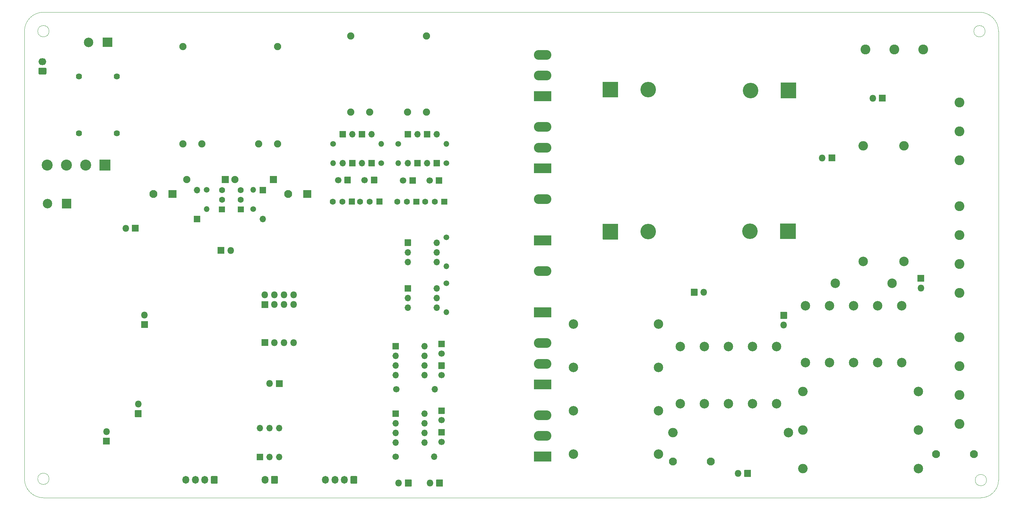
<source format=gbr>
%TF.GenerationSoftware,KiCad,Pcbnew,5.99.0-unknown-1f9723c~101~ubuntu18.04.1*%
%TF.CreationDate,2020-06-24T04:42:17+03:00*%
%TF.ProjectId,WaveUltrasonics,57617665-556c-4747-9261-736f6e696373,rev?*%
%TF.SameCoordinates,Original*%
%TF.FileFunction,Soldermask,Bot*%
%TF.FilePolarity,Negative*%
%FSLAX46Y46*%
G04 Gerber Fmt 4.6, Leading zero omitted, Abs format (unit mm)*
G04 Created by KiCad (PCBNEW 5.99.0-unknown-1f9723c~101~ubuntu18.04.1) date 2020-06-24 04:42:17*
%MOMM*%
%LPD*%
G01*
G04 APERTURE LIST*
%TA.AperFunction,Profile*%
%ADD10C,0.050000*%
%TD*%
%ADD11O,1.800000X1.800000*%
%ADD12C,2.600000*%
%ADD13O,1.700000X1.700000*%
%ADD14O,2.500000X2.500000*%
%ADD15C,2.500000*%
%ADD16C,1.624000*%
%ADD17C,1.900000*%
%ADD18O,1.500000X1.500000*%
%ADD19C,1.500000*%
%ADD20O,1.800000X2.050000*%
%ADD21O,1.800000X2.100000*%
%ADD22O,2.100000X1.800000*%
%ADD23C,2.100000*%
%ADD24C,4.100000*%
%ADD25C,1.600000*%
%ADD26C,1.700000*%
%ADD27O,4.600000X2.600000*%
%ADD28C,2.900000*%
%ADD29O,1.900000X1.900000*%
G04 APERTURE END LIST*
D10*
X66500000Y-63000000D02*
G75*
G02*
X71500000Y-58000000I5000000J0D01*
G01*
X73000000Y-63000000D02*
G75*
G03*
X73000000Y-63000000I-1500000J0D01*
G01*
X73000000Y-181000000D02*
G75*
G03*
X73000000Y-181000000I-1500000J0D01*
G01*
X71500000Y-186000000D02*
G75*
G02*
X66500000Y-181000000I0J5000000D01*
G01*
X319984000Y-63008000D02*
G75*
G03*
X319984000Y-63008000I-1500000J0D01*
G01*
X320348000Y-181348000D02*
G75*
G03*
X320348000Y-181348000I-1500000J0D01*
G01*
X323500000Y-181348000D02*
G75*
G02*
X318848000Y-186000000I-4652000J0D01*
G01*
X318500000Y-58000000D02*
G75*
G02*
X323500000Y-63000000I0J-5000000D01*
G01*
X66500000Y-181000000D02*
X66500000Y-63000000D01*
X318848000Y-186000000D02*
X71500000Y-186000000D01*
X323500000Y-63000000D02*
X323500000Y-181348000D01*
X71500000Y-58000000D02*
X318500000Y-58000000D01*
D11*
%TO.C,TP9*%
X96520000Y-161290000D03*
G36*
G01*
X97420000Y-162980000D02*
X97420000Y-164680000D01*
G75*
G02*
X97370000Y-164730000I-50000J0D01*
G01*
X95670000Y-164730000D01*
G75*
G02*
X95620000Y-164680000I0J50000D01*
G01*
X95620000Y-162980000D01*
G75*
G02*
X95670000Y-162930000I50000J0D01*
G01*
X97370000Y-162930000D01*
G75*
G02*
X97420000Y-162980000I0J-50000D01*
G01*
G37*
%TD*%
%TO.C,TP8*%
X98171000Y-137795000D03*
G36*
G01*
X99071000Y-139485000D02*
X99071000Y-141185000D01*
G75*
G02*
X99021000Y-141235000I-50000J0D01*
G01*
X97321000Y-141235000D01*
G75*
G02*
X97271000Y-141185000I0J50000D01*
G01*
X97271000Y-139485000D01*
G75*
G02*
X97321000Y-139435000I50000J0D01*
G01*
X99021000Y-139435000D01*
G75*
G02*
X99071000Y-139485000I0J-50000D01*
G01*
G37*
%TD*%
%TO.C,J2*%
X137541000Y-132524500D03*
X137541000Y-135064500D03*
X135001000Y-132524500D03*
X135001000Y-135064500D03*
X132461000Y-132524500D03*
X132461000Y-135064500D03*
X129921000Y-132524500D03*
G36*
G01*
X130771000Y-135964500D02*
X129071000Y-135964500D01*
G75*
G02*
X129021000Y-135914500I0J50000D01*
G01*
X129021000Y-134214500D01*
G75*
G02*
X129071000Y-134164500I50000J0D01*
G01*
X130771000Y-134164500D01*
G75*
G02*
X130821000Y-134214500I0J-50000D01*
G01*
X130821000Y-135914500D01*
G75*
G02*
X130771000Y-135964500I-50000J0D01*
G01*
G37*
%TD*%
D12*
%TO.C,J1*%
X303657000Y-67818000D03*
X296037000Y-67818000D03*
X288417000Y-67818000D03*
%TD*%
D13*
%TO.C,U9*%
X172085000Y-163830000D03*
X164465000Y-171450000D03*
X172085000Y-166370000D03*
X164465000Y-168910000D03*
X172085000Y-168910000D03*
X164465000Y-166370000D03*
X172085000Y-171450000D03*
G36*
G01*
X163615000Y-164630000D02*
X163615000Y-163030000D01*
G75*
G02*
X163665000Y-162980000I50000J0D01*
G01*
X165265000Y-162980000D01*
G75*
G02*
X165315000Y-163030000I0J-50000D01*
G01*
X165315000Y-164630000D01*
G75*
G02*
X165265000Y-164680000I-50000J0D01*
G01*
X163665000Y-164680000D01*
G75*
G02*
X163615000Y-164630000I0J50000D01*
G01*
G37*
%TD*%
D11*
%TO.C,TP13*%
X93218000Y-114935000D03*
G36*
G01*
X94908000Y-114035000D02*
X96608000Y-114035000D01*
G75*
G02*
X96658000Y-114085000I0J-50000D01*
G01*
X96658000Y-115785000D01*
G75*
G02*
X96608000Y-115835000I-50000J0D01*
G01*
X94908000Y-115835000D01*
G75*
G02*
X94858000Y-115785000I0J50000D01*
G01*
X94858000Y-114085000D01*
G75*
G02*
X94908000Y-114035000I50000J0D01*
G01*
G37*
%TD*%
D14*
%TO.C,R76*%
X271907000Y-178308000D03*
D15*
X302387000Y-178308000D03*
%TD*%
%TO.C,C37*%
X211307000Y-174498000D03*
X233807000Y-174498000D03*
%TD*%
D16*
%TO.C,L1*%
X80852000Y-89923000D03*
X90852000Y-89923000D03*
X90852000Y-74923000D03*
X80852000Y-74923000D03*
%TD*%
D17*
%TO.C,T2*%
X108277000Y-92733000D03*
X113277000Y-92733000D03*
X128277000Y-92733000D03*
X133277000Y-92733000D03*
X133277000Y-67033000D03*
X108277000Y-67033000D03*
%TD*%
D13*
%TO.C,U15*%
X128651000Y-167640000D03*
X133731000Y-175260000D03*
X131191000Y-167640000D03*
X131191000Y-175260000D03*
X133731000Y-167640000D03*
G36*
G01*
X129451000Y-176110000D02*
X127851000Y-176110000D01*
G75*
G02*
X127801000Y-176060000I0J50000D01*
G01*
X127801000Y-174460000D01*
G75*
G02*
X127851000Y-174410000I50000J0D01*
G01*
X129451000Y-174410000D01*
G75*
G02*
X129501000Y-174460000I0J-50000D01*
G01*
X129501000Y-176060000D01*
G75*
G02*
X129451000Y-176110000I-50000J0D01*
G01*
G37*
%TD*%
D11*
%TO.C,TP14*%
X120904000Y-120777000D03*
G36*
G01*
X119214000Y-121677000D02*
X117514000Y-121677000D01*
G75*
G02*
X117464000Y-121627000I0J50000D01*
G01*
X117464000Y-119927000D01*
G75*
G02*
X117514000Y-119877000I50000J0D01*
G01*
X119214000Y-119877000D01*
G75*
G02*
X119264000Y-119927000I0J-50000D01*
G01*
X119264000Y-121627000D01*
G75*
G02*
X119214000Y-121677000I-50000J0D01*
G01*
G37*
%TD*%
D14*
%TO.C,R77*%
X271907000Y-168148000D03*
D15*
X302387000Y-168148000D03*
%TD*%
D14*
%TO.C,R75*%
X271907000Y-157988000D03*
D15*
X302387000Y-157988000D03*
%TD*%
D14*
%TO.C,R74*%
X298577000Y-93218000D03*
D15*
X298577000Y-123698000D03*
%TD*%
D14*
%TO.C,R73*%
X287782000Y-93218000D03*
D15*
X287782000Y-123698000D03*
%TD*%
D18*
%TO.C,R2*%
X177800000Y-137033000D03*
D19*
X177800000Y-129413000D03*
%TD*%
D18*
%TO.C,R1*%
X177800000Y-124968000D03*
D19*
X177800000Y-117348000D03*
%TD*%
D12*
%TO.C,J10*%
X313182000Y-131953000D03*
X313182000Y-124333000D03*
X313182000Y-116713000D03*
X313182000Y-109093000D03*
%TD*%
%TO.C,J9*%
X313182000Y-166497000D03*
X313182000Y-158877000D03*
X313182000Y-151257000D03*
X313182000Y-143637000D03*
%TD*%
D20*
%TO.C,J8*%
X145916000Y-181292500D03*
X148416000Y-181292500D03*
X150916000Y-181292500D03*
G36*
G01*
X154316000Y-180532205D02*
X154316000Y-182052795D01*
G75*
G02*
X154051295Y-182317500I-264705J0D01*
G01*
X152780705Y-182317500D01*
G75*
G02*
X152516000Y-182052795I0J264705D01*
G01*
X152516000Y-180532205D01*
G75*
G02*
X152780705Y-180267500I264705J0D01*
G01*
X154051295Y-180267500D01*
G75*
G02*
X154316000Y-180532205I0J-264705D01*
G01*
G37*
%TD*%
D21*
%TO.C,J7*%
X129961000Y-181262500D03*
G36*
G01*
X133361000Y-180477205D02*
X133361000Y-182047795D01*
G75*
G02*
X133096295Y-182312500I-264705J0D01*
G01*
X131825705Y-182312500D01*
G75*
G02*
X131561000Y-182047795I0J264705D01*
G01*
X131561000Y-180477205D01*
G75*
G02*
X131825705Y-180212500I264705J0D01*
G01*
X133096295Y-180212500D01*
G75*
G02*
X133361000Y-180477205I0J-264705D01*
G01*
G37*
%TD*%
D20*
%TO.C,J6*%
X109086000Y-181292500D03*
X111586000Y-181292500D03*
X114086000Y-181292500D03*
G36*
G01*
X117486000Y-180532205D02*
X117486000Y-182052795D01*
G75*
G02*
X117221295Y-182317500I-264705J0D01*
G01*
X115950705Y-182317500D01*
G75*
G02*
X115686000Y-182052795I0J264705D01*
G01*
X115686000Y-180532205D01*
G75*
G02*
X115950705Y-180267500I264705J0D01*
G01*
X117221295Y-180267500D01*
G75*
G02*
X117486000Y-180532205I0J-264705D01*
G01*
G37*
%TD*%
D22*
%TO.C,J4*%
X71247000Y-71017543D03*
G36*
G01*
X72032295Y-74417543D02*
X70461705Y-74417543D01*
G75*
G02*
X70197000Y-74152838I0J264705D01*
G01*
X70197000Y-72882248D01*
G75*
G02*
X70461705Y-72617543I264705J0D01*
G01*
X72032295Y-72617543D01*
G75*
G02*
X72297000Y-72882248I0J-264705D01*
G01*
X72297000Y-74152838D01*
G75*
G02*
X72032295Y-74417543I-264705J0D01*
G01*
G37*
%TD*%
D15*
%TO.C,C76*%
X83392000Y-65913000D03*
G36*
G01*
X89642000Y-64713000D02*
X89642000Y-67113000D01*
G75*
G02*
X89592000Y-67163000I-50000J0D01*
G01*
X87192000Y-67163000D01*
G75*
G02*
X87142000Y-67113000I0J50000D01*
G01*
X87142000Y-64713000D01*
G75*
G02*
X87192000Y-64663000I50000J0D01*
G01*
X89592000Y-64663000D01*
G75*
G02*
X89642000Y-64713000I0J-50000D01*
G01*
G37*
%TD*%
D23*
%TO.C,C73*%
X306992000Y-174498000D03*
X316992000Y-174498000D03*
%TD*%
D15*
%TO.C,C72*%
X239522000Y-146163000D03*
X239522000Y-161163000D03*
%TD*%
D24*
%TO.C,C69*%
X257937000Y-115726000D03*
G36*
G01*
X269987000Y-113726000D02*
X269987000Y-117726000D01*
G75*
G02*
X269937000Y-117776000I-50000J0D01*
G01*
X265937000Y-117776000D01*
G75*
G02*
X265887000Y-117726000I0J50000D01*
G01*
X265887000Y-113726000D01*
G75*
G02*
X265937000Y-113676000I50000J0D01*
G01*
X269937000Y-113676000D01*
G75*
G02*
X269987000Y-113726000I0J-50000D01*
G01*
G37*
%TD*%
D15*
%TO.C,C35*%
X264922000Y-146163000D03*
X264922000Y-161163000D03*
%TD*%
%TO.C,C33*%
X258572000Y-146163000D03*
X258572000Y-161163000D03*
%TD*%
%TO.C,C31*%
X252222000Y-146163000D03*
X252222000Y-161163000D03*
%TD*%
%TO.C,C29*%
X245872000Y-146163000D03*
X245872000Y-161163000D03*
%TD*%
D11*
%TO.C,J5*%
X137541000Y-145097500D03*
X135001000Y-145097500D03*
X132461000Y-145097500D03*
G36*
G01*
X130771000Y-145997500D02*
X129071000Y-145997500D01*
G75*
G02*
X129021000Y-145947500I0J50000D01*
G01*
X129021000Y-144247500D01*
G75*
G02*
X129071000Y-144197500I50000J0D01*
G01*
X130771000Y-144197500D01*
G75*
G02*
X130821000Y-144247500I0J-50000D01*
G01*
X130821000Y-145947500D01*
G75*
G02*
X130771000Y-145997500I-50000J0D01*
G01*
G37*
%TD*%
D13*
%TO.C,U8*%
X172085000Y-146050000D03*
X164465000Y-153670000D03*
X172085000Y-148590000D03*
X164465000Y-151130000D03*
X172085000Y-151130000D03*
X164465000Y-148590000D03*
X172085000Y-153670000D03*
G36*
G01*
X163615000Y-146850000D02*
X163615000Y-145250000D01*
G75*
G02*
X163665000Y-145200000I50000J0D01*
G01*
X165265000Y-145200000D01*
G75*
G02*
X165315000Y-145250000I0J-50000D01*
G01*
X165315000Y-146850000D01*
G75*
G02*
X165265000Y-146900000I-50000J0D01*
G01*
X163665000Y-146900000D01*
G75*
G02*
X163615000Y-146850000I0J50000D01*
G01*
G37*
%TD*%
%TO.C,Q10*%
G36*
G01*
X152158000Y-107110000D02*
X153658000Y-107110000D01*
G75*
G02*
X153708000Y-107160000I0J-50000D01*
G01*
X153708000Y-108660000D01*
G75*
G02*
X153658000Y-108710000I-50000J0D01*
G01*
X152158000Y-108710000D01*
G75*
G02*
X152108000Y-108660000I0J50000D01*
G01*
X152108000Y-107160000D01*
G75*
G02*
X152158000Y-107110000I50000J0D01*
G01*
G37*
D25*
X147828000Y-107910000D03*
X150368000Y-107910000D03*
%TD*%
%TO.C,Q9*%
G36*
G01*
X159397000Y-107110000D02*
X160897000Y-107110000D01*
G75*
G02*
X160947000Y-107160000I0J-50000D01*
G01*
X160947000Y-108660000D01*
G75*
G02*
X160897000Y-108710000I-50000J0D01*
G01*
X159397000Y-108710000D01*
G75*
G02*
X159347000Y-108660000I0J50000D01*
G01*
X159347000Y-107160000D01*
G75*
G02*
X159397000Y-107110000I50000J0D01*
G01*
G37*
X155067000Y-107910000D03*
X157607000Y-107910000D03*
%TD*%
%TO.C,Q8*%
G36*
G01*
X169176000Y-107150000D02*
X170676000Y-107150000D01*
G75*
G02*
X170726000Y-107200000I0J-50000D01*
G01*
X170726000Y-108700000D01*
G75*
G02*
X170676000Y-108750000I-50000J0D01*
G01*
X169176000Y-108750000D01*
G75*
G02*
X169126000Y-108700000I0J50000D01*
G01*
X169126000Y-107200000D01*
G75*
G02*
X169176000Y-107150000I50000J0D01*
G01*
G37*
X164846000Y-107950000D03*
X167386000Y-107950000D03*
%TD*%
%TO.C,Q7*%
G36*
G01*
X176542000Y-107150000D02*
X178042000Y-107150000D01*
G75*
G02*
X178092000Y-107200000I0J-50000D01*
G01*
X178092000Y-108700000D01*
G75*
G02*
X178042000Y-108750000I-50000J0D01*
G01*
X176542000Y-108750000D01*
G75*
G02*
X176492000Y-108700000I0J50000D01*
G01*
X176492000Y-107200000D01*
G75*
G02*
X176542000Y-107150000I50000J0D01*
G01*
G37*
X172212000Y-107950000D03*
X174752000Y-107950000D03*
%TD*%
%TO.C,Q6*%
G36*
G01*
X119418000Y-109232000D02*
X119418000Y-110732000D01*
G75*
G02*
X119368000Y-110782000I-50000J0D01*
G01*
X117868000Y-110782000D01*
G75*
G02*
X117818000Y-110732000I0J50000D01*
G01*
X117818000Y-109232000D01*
G75*
G02*
X117868000Y-109182000I50000J0D01*
G01*
X119368000Y-109182000D01*
G75*
G02*
X119418000Y-109232000I0J-50000D01*
G01*
G37*
X118618000Y-104902000D03*
X118618000Y-107442000D03*
%TD*%
%TO.C,Q5*%
G36*
G01*
X124371000Y-109232000D02*
X124371000Y-110732000D01*
G75*
G02*
X124321000Y-110782000I-50000J0D01*
G01*
X122821000Y-110782000D01*
G75*
G02*
X122771000Y-110732000I0J50000D01*
G01*
X122771000Y-109232000D01*
G75*
G02*
X122821000Y-109182000I50000J0D01*
G01*
X124321000Y-109182000D01*
G75*
G02*
X124371000Y-109232000I0J-50000D01*
G01*
G37*
X123571000Y-104902000D03*
X123571000Y-107442000D03*
%TD*%
D11*
%TO.C,TP12*%
X131191000Y-155892500D03*
G36*
G01*
X132881000Y-154992500D02*
X134581000Y-154992500D01*
G75*
G02*
X134631000Y-155042500I0J-50000D01*
G01*
X134631000Y-156742500D01*
G75*
G02*
X134581000Y-156792500I-50000J0D01*
G01*
X132881000Y-156792500D01*
G75*
G02*
X132831000Y-156742500I0J50000D01*
G01*
X132831000Y-155042500D01*
G75*
G02*
X132881000Y-154992500I50000J0D01*
G01*
G37*
%TD*%
D15*
%TO.C,C21*%
X211307000Y-151638000D03*
X233807000Y-151638000D03*
%TD*%
D24*
%TO.C,C3*%
X231107000Y-78388000D03*
G36*
G01*
X219057000Y-80388000D02*
X219057000Y-76388000D01*
G75*
G02*
X219107000Y-76338000I50000J0D01*
G01*
X223107000Y-76338000D01*
G75*
G02*
X223157000Y-76388000I0J-50000D01*
G01*
X223157000Y-80388000D01*
G75*
G02*
X223107000Y-80438000I-50000J0D01*
G01*
X219107000Y-80438000D01*
G75*
G02*
X219057000Y-80388000I0J50000D01*
G01*
G37*
%TD*%
%TO.C,C2*%
G36*
G01*
X270147000Y-76613000D02*
X270147000Y-80613000D01*
G75*
G02*
X270097000Y-80663000I-50000J0D01*
G01*
X266097000Y-80663000D01*
G75*
G02*
X266047000Y-80613000I0J50000D01*
G01*
X266047000Y-76613000D01*
G75*
G02*
X266097000Y-76563000I50000J0D01*
G01*
X270097000Y-76563000D01*
G75*
G02*
X270147000Y-76613000I0J-50000D01*
G01*
G37*
X258097000Y-78613000D03*
%TD*%
%TO.C,C1*%
X231107000Y-115853000D03*
G36*
G01*
X219057000Y-117853000D02*
X219057000Y-113853000D01*
G75*
G02*
X219107000Y-113803000I50000J0D01*
G01*
X223107000Y-113803000D01*
G75*
G02*
X223157000Y-113853000I0J-50000D01*
G01*
X223157000Y-117853000D01*
G75*
G02*
X223107000Y-117903000I-50000J0D01*
G01*
X219107000Y-117903000D01*
G75*
G02*
X219057000Y-117853000I0J50000D01*
G01*
G37*
%TD*%
D11*
%TO.C,TP11*%
X303022000Y-130683000D03*
G36*
G01*
X302122000Y-128993000D02*
X302122000Y-127293000D01*
G75*
G02*
X302172000Y-127243000I50000J0D01*
G01*
X303872000Y-127243000D01*
G75*
G02*
X303922000Y-127293000I0J-50000D01*
G01*
X303922000Y-128993000D01*
G75*
G02*
X303872000Y-129043000I-50000J0D01*
G01*
X302172000Y-129043000D01*
G75*
G02*
X302122000Y-128993000I0J50000D01*
G01*
G37*
%TD*%
%TO.C,TP7*%
X254762000Y-179578000D03*
G36*
G01*
X256452000Y-178678000D02*
X258152000Y-178678000D01*
G75*
G02*
X258202000Y-178728000I0J-50000D01*
G01*
X258202000Y-180428000D01*
G75*
G02*
X258152000Y-180478000I-50000J0D01*
G01*
X256452000Y-180478000D01*
G75*
G02*
X256402000Y-180428000I0J50000D01*
G01*
X256402000Y-178728000D01*
G75*
G02*
X256452000Y-178678000I50000J0D01*
G01*
G37*
%TD*%
%TO.C,TP6*%
X266827000Y-140455000D03*
G36*
G01*
X265927000Y-138765000D02*
X265927000Y-137065000D01*
G75*
G02*
X265977000Y-137015000I50000J0D01*
G01*
X267677000Y-137015000D01*
G75*
G02*
X267727000Y-137065000I0J-50000D01*
G01*
X267727000Y-138765000D01*
G75*
G02*
X267677000Y-138815000I-50000J0D01*
G01*
X265977000Y-138815000D01*
G75*
G02*
X265927000Y-138765000I0J50000D01*
G01*
G37*
%TD*%
%TO.C,TP5*%
X165227000Y-182118000D03*
G36*
G01*
X166917000Y-181218000D02*
X168617000Y-181218000D01*
G75*
G02*
X168667000Y-181268000I0J-50000D01*
G01*
X168667000Y-182968000D01*
G75*
G02*
X168617000Y-183018000I-50000J0D01*
G01*
X166917000Y-183018000D01*
G75*
G02*
X166867000Y-182968000I0J50000D01*
G01*
X166867000Y-181268000D01*
G75*
G02*
X166917000Y-181218000I50000J0D01*
G01*
G37*
%TD*%
%TO.C,TP4*%
X173482000Y-182118000D03*
G36*
G01*
X175172000Y-181218000D02*
X176872000Y-181218000D01*
G75*
G02*
X176922000Y-181268000I0J-50000D01*
G01*
X176922000Y-182968000D01*
G75*
G02*
X176872000Y-183018000I-50000J0D01*
G01*
X175172000Y-183018000D01*
G75*
G02*
X175122000Y-182968000I0J50000D01*
G01*
X175122000Y-181268000D01*
G75*
G02*
X175172000Y-181218000I50000J0D01*
G01*
G37*
%TD*%
%TO.C,TP3*%
X290322000Y-80645000D03*
G36*
G01*
X292012000Y-79745000D02*
X293712000Y-79745000D01*
G75*
G02*
X293762000Y-79795000I0J-50000D01*
G01*
X293762000Y-81495000D01*
G75*
G02*
X293712000Y-81545000I-50000J0D01*
G01*
X292012000Y-81545000D01*
G75*
G02*
X291962000Y-81495000I0J50000D01*
G01*
X291962000Y-79795000D01*
G75*
G02*
X292012000Y-79745000I50000J0D01*
G01*
G37*
%TD*%
%TO.C,TP2*%
X276987000Y-96393000D03*
G36*
G01*
X278677000Y-95493000D02*
X280377000Y-95493000D01*
G75*
G02*
X280427000Y-95543000I0J-50000D01*
G01*
X280427000Y-97243000D01*
G75*
G02*
X280377000Y-97293000I-50000J0D01*
G01*
X278677000Y-97293000D01*
G75*
G02*
X278627000Y-97243000I0J50000D01*
G01*
X278627000Y-95543000D01*
G75*
G02*
X278677000Y-95493000I50000J0D01*
G01*
G37*
%TD*%
%TO.C,TP1*%
X245745000Y-131826000D03*
G36*
G01*
X244055000Y-132726000D02*
X242355000Y-132726000D01*
G75*
G02*
X242305000Y-132676000I0J50000D01*
G01*
X242305000Y-130976000D01*
G75*
G02*
X242355000Y-130926000I50000J0D01*
G01*
X244055000Y-130926000D01*
G75*
G02*
X244105000Y-130976000I0J-50000D01*
G01*
X244105000Y-132676000D01*
G75*
G02*
X244055000Y-132726000I-50000J0D01*
G01*
G37*
%TD*%
D14*
%TO.C,R19*%
X237617000Y-168783000D03*
D15*
X268097000Y-168783000D03*
%TD*%
D11*
%TO.C,JP1*%
X88138000Y-168529000D03*
G36*
G01*
X89038000Y-170219000D02*
X89038000Y-171919000D01*
G75*
G02*
X88988000Y-171969000I-50000J0D01*
G01*
X87288000Y-171969000D01*
G75*
G02*
X87238000Y-171919000I0J50000D01*
G01*
X87238000Y-170219000D01*
G75*
G02*
X87288000Y-170169000I50000J0D01*
G01*
X88988000Y-170169000D01*
G75*
G02*
X89038000Y-170219000I0J-50000D01*
G01*
G37*
%TD*%
D15*
%TO.C,C34*%
X291592000Y-135368000D03*
X291592000Y-150368000D03*
%TD*%
%TO.C,C32*%
X278892000Y-135368000D03*
X278892000Y-150368000D03*
%TD*%
%TO.C,C30*%
X297942000Y-135368000D03*
X297942000Y-150368000D03*
%TD*%
%TO.C,C28*%
X285242000Y-135368000D03*
X285242000Y-150368000D03*
%TD*%
%TO.C,C27*%
X272542000Y-135368000D03*
X272542000Y-150368000D03*
%TD*%
%TO.C,C25*%
X280402000Y-129413000D03*
X295402000Y-129413000D03*
%TD*%
D23*
%TO.C,C23*%
X247617000Y-176403000D03*
X237617000Y-176403000D03*
%TD*%
D13*
%TO.C,U2*%
X175260000Y-130810000D03*
X167640000Y-135890000D03*
X175260000Y-133350000D03*
X167640000Y-133350000D03*
X175260000Y-135890000D03*
G36*
G01*
X166790000Y-131610000D02*
X166790000Y-130010000D01*
G75*
G02*
X166840000Y-129960000I50000J0D01*
G01*
X168440000Y-129960000D01*
G75*
G02*
X168490000Y-130010000I0J-50000D01*
G01*
X168490000Y-131610000D01*
G75*
G02*
X168440000Y-131660000I-50000J0D01*
G01*
X166840000Y-131660000D01*
G75*
G02*
X166790000Y-131610000I0J50000D01*
G01*
G37*
%TD*%
%TO.C,U1*%
X175260000Y-118745000D03*
X167640000Y-123825000D03*
X175260000Y-121285000D03*
X167640000Y-121285000D03*
X175260000Y-123825000D03*
G36*
G01*
X166790000Y-119545000D02*
X166790000Y-117945000D01*
G75*
G02*
X166840000Y-117895000I50000J0D01*
G01*
X168440000Y-117895000D01*
G75*
G02*
X168490000Y-117945000I0J-50000D01*
G01*
X168490000Y-119545000D01*
G75*
G02*
X168440000Y-119595000I-50000J0D01*
G01*
X166840000Y-119595000D01*
G75*
G02*
X166790000Y-119545000I0J50000D01*
G01*
G37*
%TD*%
D17*
%TO.C,T3*%
X152560000Y-84295000D03*
X157560000Y-84295000D03*
X167560000Y-84295000D03*
X172560000Y-84295000D03*
X172560000Y-64295000D03*
X152560000Y-64295000D03*
%TD*%
D18*
%TO.C,R42*%
X147955000Y-97750000D03*
D19*
X147955000Y-92670000D03*
%TD*%
D18*
%TO.C,R41*%
X160655000Y-92710000D03*
D19*
X160655000Y-97790000D03*
%TD*%
D18*
%TO.C,R40*%
X165100000Y-97790000D03*
D19*
X165100000Y-92710000D03*
%TD*%
D18*
%TO.C,R39*%
X177800000Y-92710000D03*
D19*
X177800000Y-97790000D03*
%TD*%
D18*
%TO.C,R38*%
X114554000Y-109855000D03*
D19*
X114554000Y-104775000D03*
%TD*%
D18*
%TO.C,R37*%
X126873000Y-104775000D03*
D19*
X126873000Y-109855000D03*
%TD*%
D13*
%TO.C,R15*%
X174625000Y-175133000D03*
D26*
X164465000Y-175133000D03*
%TD*%
D13*
%TO.C,R14*%
X174752000Y-157353000D03*
D26*
X164592000Y-157353000D03*
%TD*%
D27*
%TO.C,Q2*%
X203200000Y-164233000D03*
X203200000Y-169683000D03*
G36*
G01*
X205450000Y-176433000D02*
X200950000Y-176433000D01*
G75*
G02*
X200900000Y-176383000I0J50000D01*
G01*
X200900000Y-173883000D01*
G75*
G02*
X200950000Y-173833000I50000J0D01*
G01*
X205450000Y-173833000D01*
G75*
G02*
X205500000Y-173883000I0J-50000D01*
G01*
X205500000Y-176383000D01*
G75*
G02*
X205450000Y-176433000I-50000J0D01*
G01*
G37*
%TD*%
%TO.C,Q1*%
X203200000Y-145233000D03*
X203200000Y-150683000D03*
G36*
G01*
X205450000Y-157433000D02*
X200950000Y-157433000D01*
G75*
G02*
X200900000Y-157383000I0J50000D01*
G01*
X200900000Y-154883000D01*
G75*
G02*
X200950000Y-154833000I50000J0D01*
G01*
X205450000Y-154833000D01*
G75*
G02*
X205500000Y-154883000I0J-50000D01*
G01*
X205500000Y-157383000D01*
G75*
G02*
X205450000Y-157433000I-50000J0D01*
G01*
G37*
%TD*%
D12*
%TO.C,J3*%
X313182000Y-97028000D03*
X313182000Y-89408000D03*
X313182000Y-81788000D03*
%TD*%
D13*
%TO.C,D21*%
X153035000Y-90170000D03*
G36*
G01*
X153835000Y-98640000D02*
X152235000Y-98640000D01*
G75*
G02*
X152185000Y-98590000I0J50000D01*
G01*
X152185000Y-96990000D01*
G75*
G02*
X152235000Y-96940000I50000J0D01*
G01*
X153835000Y-96940000D01*
G75*
G02*
X153885000Y-96990000I0J-50000D01*
G01*
X153885000Y-98590000D01*
G75*
G02*
X153835000Y-98640000I-50000J0D01*
G01*
G37*
%TD*%
%TO.C,D20*%
X155575000Y-97790000D03*
G36*
G01*
X154775000Y-89320000D02*
X156375000Y-89320000D01*
G75*
G02*
X156425000Y-89370000I0J-50000D01*
G01*
X156425000Y-90970000D01*
G75*
G02*
X156375000Y-91020000I-50000J0D01*
G01*
X154775000Y-91020000D01*
G75*
G02*
X154725000Y-90970000I0J50000D01*
G01*
X154725000Y-89370000D01*
G75*
G02*
X154775000Y-89320000I50000J0D01*
G01*
G37*
%TD*%
%TO.C,D19*%
X170180000Y-90170000D03*
G36*
G01*
X170980000Y-98640000D02*
X169380000Y-98640000D01*
G75*
G02*
X169330000Y-98590000I0J50000D01*
G01*
X169330000Y-96990000D01*
G75*
G02*
X169380000Y-96940000I50000J0D01*
G01*
X170980000Y-96940000D01*
G75*
G02*
X171030000Y-96990000I0J-50000D01*
G01*
X171030000Y-98590000D01*
G75*
G02*
X170980000Y-98640000I-50000J0D01*
G01*
G37*
%TD*%
%TO.C,D18*%
X172720000Y-97790000D03*
G36*
G01*
X171920000Y-89320000D02*
X173520000Y-89320000D01*
G75*
G02*
X173570000Y-89370000I0J-50000D01*
G01*
X173570000Y-90970000D01*
G75*
G02*
X173520000Y-91020000I-50000J0D01*
G01*
X171920000Y-91020000D01*
G75*
G02*
X171870000Y-90970000I0J50000D01*
G01*
X171870000Y-89370000D01*
G75*
G02*
X171920000Y-89320000I50000J0D01*
G01*
G37*
%TD*%
%TO.C,D13*%
X150495000Y-97750000D03*
G36*
G01*
X149695000Y-89280000D02*
X151295000Y-89280000D01*
G75*
G02*
X151345000Y-89330000I0J-50000D01*
G01*
X151345000Y-90930000D01*
G75*
G02*
X151295000Y-90980000I-50000J0D01*
G01*
X149695000Y-90980000D01*
G75*
G02*
X149645000Y-90930000I0J50000D01*
G01*
X149645000Y-89330000D01*
G75*
G02*
X149695000Y-89280000I50000J0D01*
G01*
G37*
%TD*%
%TO.C,D12*%
X158115000Y-90130000D03*
G36*
G01*
X158915000Y-98600000D02*
X157315000Y-98600000D01*
G75*
G02*
X157265000Y-98550000I0J50000D01*
G01*
X157265000Y-96950000D01*
G75*
G02*
X157315000Y-96900000I50000J0D01*
G01*
X158915000Y-96900000D01*
G75*
G02*
X158965000Y-96950000I0J-50000D01*
G01*
X158965000Y-98550000D01*
G75*
G02*
X158915000Y-98600000I-50000J0D01*
G01*
G37*
%TD*%
%TO.C,D11*%
X167640000Y-97790000D03*
G36*
G01*
X166840000Y-89320000D02*
X168440000Y-89320000D01*
G75*
G02*
X168490000Y-89370000I0J-50000D01*
G01*
X168490000Y-90970000D01*
G75*
G02*
X168440000Y-91020000I-50000J0D01*
G01*
X166840000Y-91020000D01*
G75*
G02*
X166790000Y-90970000I0J50000D01*
G01*
X166790000Y-89370000D01*
G75*
G02*
X166840000Y-89320000I50000J0D01*
G01*
G37*
%TD*%
%TO.C,D10*%
X175260000Y-90170000D03*
G36*
G01*
X176060000Y-98640000D02*
X174460000Y-98640000D01*
G75*
G02*
X174410000Y-98590000I0J50000D01*
G01*
X174410000Y-96990000D01*
G75*
G02*
X174460000Y-96940000I50000J0D01*
G01*
X176060000Y-96940000D01*
G75*
G02*
X176110000Y-96990000I0J-50000D01*
G01*
X176110000Y-98590000D01*
G75*
G02*
X176060000Y-98640000I-50000J0D01*
G01*
G37*
%TD*%
%TO.C,D9*%
X112014000Y-104902000D03*
G36*
G01*
X112814000Y-113372000D02*
X111214000Y-113372000D01*
G75*
G02*
X111164000Y-113322000I0J50000D01*
G01*
X111164000Y-111722000D01*
G75*
G02*
X111214000Y-111672000I50000J0D01*
G01*
X112814000Y-111672000D01*
G75*
G02*
X112864000Y-111722000I0J-50000D01*
G01*
X112864000Y-113322000D01*
G75*
G02*
X112814000Y-113372000I-50000J0D01*
G01*
G37*
%TD*%
%TO.C,D8*%
X129413000Y-112522000D03*
G36*
G01*
X128613000Y-104052000D02*
X130213000Y-104052000D01*
G75*
G02*
X130263000Y-104102000I0J-50000D01*
G01*
X130263000Y-105702000D01*
G75*
G02*
X130213000Y-105752000I-50000J0D01*
G01*
X128613000Y-105752000D01*
G75*
G02*
X128563000Y-105702000I0J50000D01*
G01*
X128563000Y-104102000D01*
G75*
G02*
X128613000Y-104052000I50000J0D01*
G01*
G37*
%TD*%
%TO.C,D7*%
G36*
G01*
X89207000Y-96898000D02*
X89207000Y-99698000D01*
G75*
G02*
X89157000Y-99748000I-50000J0D01*
G01*
X86357000Y-99748000D01*
G75*
G02*
X86307000Y-99698000I0J50000D01*
G01*
X86307000Y-96898000D01*
G75*
G02*
X86357000Y-96848000I50000J0D01*
G01*
X89157000Y-96848000D01*
G75*
G02*
X89207000Y-96898000I0J-50000D01*
G01*
G37*
D28*
X82677000Y-98298000D03*
X77597000Y-98298000D03*
X72517000Y-98298000D03*
%TD*%
D29*
%TO.C,D6*%
X109347000Y-102108000D03*
G36*
G01*
X120457000Y-101208000D02*
X120457000Y-103008000D01*
G75*
G02*
X120407000Y-103058000I-50000J0D01*
G01*
X118607000Y-103058000D01*
G75*
G02*
X118557000Y-103008000I0J50000D01*
G01*
X118557000Y-101208000D01*
G75*
G02*
X118607000Y-101158000I50000J0D01*
G01*
X120407000Y-101158000D01*
G75*
G02*
X120457000Y-101208000I0J-50000D01*
G01*
G37*
%TD*%
%TO.C,D5*%
X122047000Y-102108000D03*
G36*
G01*
X133157000Y-101208000D02*
X133157000Y-103008000D01*
G75*
G02*
X133107000Y-103058000I-50000J0D01*
G01*
X131307000Y-103058000D01*
G75*
G02*
X131257000Y-103008000I0J50000D01*
G01*
X131257000Y-101208000D01*
G75*
G02*
X131307000Y-101158000I50000J0D01*
G01*
X133107000Y-101158000D01*
G75*
G02*
X133157000Y-101208000I0J-50000D01*
G01*
G37*
%TD*%
D27*
%TO.C,D4*%
X203200000Y-126233000D03*
G36*
G01*
X205450000Y-138433000D02*
X200950000Y-138433000D01*
G75*
G02*
X200900000Y-138383000I0J50000D01*
G01*
X200900000Y-135883000D01*
G75*
G02*
X200950000Y-135833000I50000J0D01*
G01*
X205450000Y-135833000D01*
G75*
G02*
X205500000Y-135883000I0J-50000D01*
G01*
X205500000Y-138383000D01*
G75*
G02*
X205450000Y-138433000I-50000J0D01*
G01*
G37*
%TD*%
%TO.C,D3*%
X203200000Y-88233000D03*
X203200000Y-93683000D03*
G36*
G01*
X205450000Y-100433000D02*
X200950000Y-100433000D01*
G75*
G02*
X200900000Y-100383000I0J50000D01*
G01*
X200900000Y-97883000D01*
G75*
G02*
X200950000Y-97833000I50000J0D01*
G01*
X205450000Y-97833000D01*
G75*
G02*
X205500000Y-97883000I0J-50000D01*
G01*
X205500000Y-100383000D01*
G75*
G02*
X205450000Y-100433000I-50000J0D01*
G01*
G37*
%TD*%
%TO.C,D2*%
X203200000Y-107233000D03*
G36*
G01*
X205450000Y-119433000D02*
X200950000Y-119433000D01*
G75*
G02*
X200900000Y-119383000I0J50000D01*
G01*
X200900000Y-116883000D01*
G75*
G02*
X200950000Y-116833000I50000J0D01*
G01*
X205450000Y-116833000D01*
G75*
G02*
X205500000Y-116883000I0J-50000D01*
G01*
X205500000Y-119383000D01*
G75*
G02*
X205450000Y-119433000I-50000J0D01*
G01*
G37*
%TD*%
%TO.C,D1*%
X203200000Y-69233000D03*
X203200000Y-74683000D03*
G36*
G01*
X205450000Y-81433000D02*
X200950000Y-81433000D01*
G75*
G02*
X200900000Y-81383000I0J50000D01*
G01*
X200900000Y-78883000D01*
G75*
G02*
X200950000Y-78833000I50000J0D01*
G01*
X205450000Y-78833000D01*
G75*
G02*
X205500000Y-78883000I0J-50000D01*
G01*
X205500000Y-81383000D01*
G75*
G02*
X205450000Y-81433000I-50000J0D01*
G01*
G37*
%TD*%
D26*
%TO.C,C54*%
X149265000Y-102235000D03*
G36*
G01*
X152615000Y-101435000D02*
X152615000Y-103035000D01*
G75*
G02*
X152565000Y-103085000I-50000J0D01*
G01*
X150965000Y-103085000D01*
G75*
G02*
X150915000Y-103035000I0J50000D01*
G01*
X150915000Y-101435000D01*
G75*
G02*
X150965000Y-101385000I50000J0D01*
G01*
X152565000Y-101385000D01*
G75*
G02*
X152615000Y-101435000I0J-50000D01*
G01*
G37*
%TD*%
%TO.C,C53*%
X156250000Y-102235000D03*
G36*
G01*
X159600000Y-101435000D02*
X159600000Y-103035000D01*
G75*
G02*
X159550000Y-103085000I-50000J0D01*
G01*
X157950000Y-103085000D01*
G75*
G02*
X157900000Y-103035000I0J50000D01*
G01*
X157900000Y-101435000D01*
G75*
G02*
X157950000Y-101385000I50000J0D01*
G01*
X159550000Y-101385000D01*
G75*
G02*
X159600000Y-101435000I0J-50000D01*
G01*
G37*
%TD*%
%TO.C,C52*%
X166410000Y-102362000D03*
G36*
G01*
X169760000Y-101562000D02*
X169760000Y-103162000D01*
G75*
G02*
X169710000Y-103212000I-50000J0D01*
G01*
X168110000Y-103212000D01*
G75*
G02*
X168060000Y-103162000I0J50000D01*
G01*
X168060000Y-101562000D01*
G75*
G02*
X168110000Y-101512000I50000J0D01*
G01*
X169710000Y-101512000D01*
G75*
G02*
X169760000Y-101562000I0J-50000D01*
G01*
G37*
%TD*%
%TO.C,C51*%
X173395000Y-102362000D03*
G36*
G01*
X176745000Y-101562000D02*
X176745000Y-103162000D01*
G75*
G02*
X176695000Y-103212000I-50000J0D01*
G01*
X175095000Y-103212000D01*
G75*
G02*
X175045000Y-103162000I0J50000D01*
G01*
X175045000Y-101562000D01*
G75*
G02*
X175095000Y-101512000I50000J0D01*
G01*
X176695000Y-101512000D01*
G75*
G02*
X176745000Y-101562000I0J-50000D01*
G01*
G37*
%TD*%
D15*
%TO.C,C47*%
X72597000Y-108458000D03*
G36*
G01*
X78847000Y-107258000D02*
X78847000Y-109658000D01*
G75*
G02*
X78797000Y-109708000I-50000J0D01*
G01*
X76397000Y-109708000D01*
G75*
G02*
X76347000Y-109658000I0J50000D01*
G01*
X76347000Y-107258000D01*
G75*
G02*
X76397000Y-107208000I50000J0D01*
G01*
X78797000Y-107208000D01*
G75*
G02*
X78847000Y-107258000I0J-50000D01*
G01*
G37*
%TD*%
D23*
%TO.C,C46*%
X100537000Y-105918000D03*
G36*
G01*
X106587000Y-104918000D02*
X106587000Y-106918000D01*
G75*
G02*
X106537000Y-106968000I-50000J0D01*
G01*
X104537000Y-106968000D01*
G75*
G02*
X104487000Y-106918000I0J50000D01*
G01*
X104487000Y-104918000D01*
G75*
G02*
X104537000Y-104868000I50000J0D01*
G01*
X106537000Y-104868000D01*
G75*
G02*
X106587000Y-104918000I0J-50000D01*
G01*
G37*
%TD*%
%TO.C,C45*%
X136097000Y-105918000D03*
G36*
G01*
X142147000Y-104918000D02*
X142147000Y-106918000D01*
G75*
G02*
X142097000Y-106968000I-50000J0D01*
G01*
X140097000Y-106968000D01*
G75*
G02*
X140047000Y-106918000I0J50000D01*
G01*
X140047000Y-104918000D01*
G75*
G02*
X140097000Y-104868000I50000J0D01*
G01*
X142097000Y-104868000D01*
G75*
G02*
X142147000Y-104918000I0J-50000D01*
G01*
G37*
%TD*%
D15*
%TO.C,C36*%
X211307000Y-163068000D03*
X233807000Y-163068000D03*
%TD*%
%TO.C,C20*%
X211307000Y-140208000D03*
X233807000Y-140208000D03*
%TD*%
D26*
%TO.C,C19*%
X176530000Y-171251250D03*
G36*
G01*
X175730000Y-167901250D02*
X177330000Y-167901250D01*
G75*
G02*
X177380000Y-167951250I0J-50000D01*
G01*
X177380000Y-169551250D01*
G75*
G02*
X177330000Y-169601250I-50000J0D01*
G01*
X175730000Y-169601250D01*
G75*
G02*
X175680000Y-169551250I0J50000D01*
G01*
X175680000Y-167951250D01*
G75*
G02*
X175730000Y-167901250I50000J0D01*
G01*
G37*
%TD*%
%TO.C,C18*%
X176530000Y-165536250D03*
G36*
G01*
X175730000Y-162186250D02*
X177330000Y-162186250D01*
G75*
G02*
X177380000Y-162236250I0J-50000D01*
G01*
X177380000Y-163836250D01*
G75*
G02*
X177330000Y-163886250I-50000J0D01*
G01*
X175730000Y-163886250D01*
G75*
G02*
X175680000Y-163836250I0J50000D01*
G01*
X175680000Y-162236250D01*
G75*
G02*
X175730000Y-162186250I50000J0D01*
G01*
G37*
%TD*%
%TO.C,C17*%
X176530000Y-153670000D03*
G36*
G01*
X175730000Y-150320000D02*
X177330000Y-150320000D01*
G75*
G02*
X177380000Y-150370000I0J-50000D01*
G01*
X177380000Y-151970000D01*
G75*
G02*
X177330000Y-152020000I-50000J0D01*
G01*
X175730000Y-152020000D01*
G75*
G02*
X175680000Y-151970000I0J50000D01*
G01*
X175680000Y-150370000D01*
G75*
G02*
X175730000Y-150320000I50000J0D01*
G01*
G37*
%TD*%
%TO.C,C16*%
X176530000Y-147955000D03*
G36*
G01*
X175730000Y-144605000D02*
X177330000Y-144605000D01*
G75*
G02*
X177380000Y-144655000I0J-50000D01*
G01*
X177380000Y-146255000D01*
G75*
G02*
X177330000Y-146305000I-50000J0D01*
G01*
X175730000Y-146305000D01*
G75*
G02*
X175680000Y-146255000I0J50000D01*
G01*
X175680000Y-144655000D01*
G75*
G02*
X175730000Y-144605000I50000J0D01*
G01*
G37*
%TD*%
M02*

</source>
